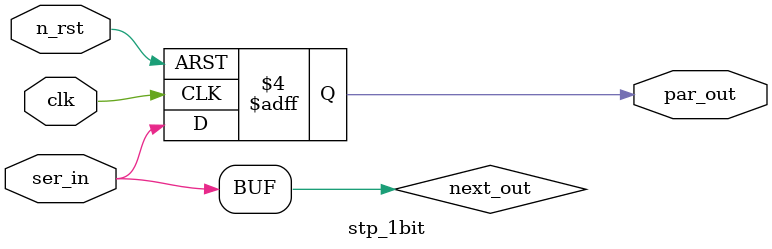
<source format=sv>

module stp_1bit
(
    input logic ser_in,
    input logic clk,
    input logic n_rst,
    output logic par_out
);
    reg next_out;

    always_ff @ (posedge clk, negedge n_rst)
    begin
        if (n_rst == 1'b0)
            par_out <= 1'b1;
        else
            par_out <= next_out;
    end

    always_comb
    begin
        next_out = ser_in;        
    end
endmodule
</source>
